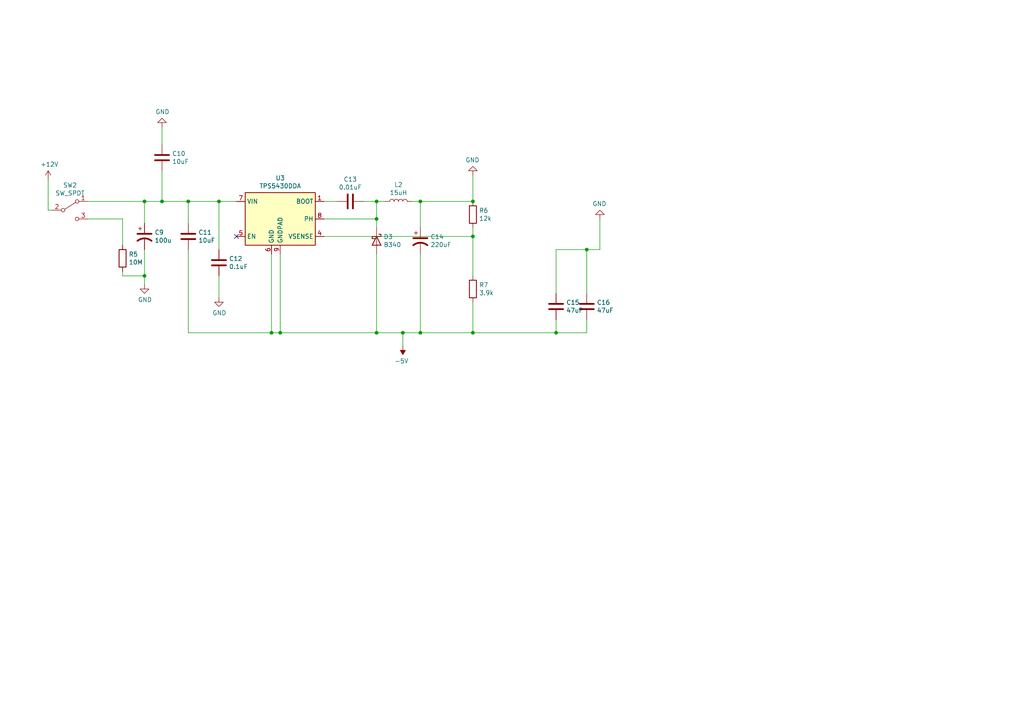
<source format=kicad_sch>
(kicad_sch (version 20230121) (generator eeschema)
  (paper "A4")
  (lib_symbols
    (symbol "Device:C" (pin_numbers hide) (pin_names (offset 0.254))
      (property "Reference" "C" (at 0.635 2.54 0))
      (property "Value" "C" (at 0.635 -2.54 0))
      (symbol "C_0_1"
        (polyline (pts (xy -2.032 -0.762) (xy 2.032 -0.762)) (stroke (width 0.508)))
        (polyline (pts (xy -2.032 0.762) (xy 2.032 0.762)) (stroke (width 0.508)))
      )
      (symbol "C_1_1"
        (pin passive line (at 0 3.81 270) (length 2.794) (name "~") (number "1"))
        (pin passive line (at 0 -3.81 90) (length 2.794) (name "~") (number "2"))
      )
    )
    (symbol "Device:L" (pin_numbers hide) (pin_names (offset 1.016) hide)
      (property "Reference" "L" (at -1.27 0 90))
      (property "Value" "L" (at 1.905 0 90))
      (symbol "L_0_1"
        (arc (start 0 -2.54) (mid 0.6323 -1.905) (end 0 -1.27))
        (arc (start 0 -1.27) (mid 0.6323 -0.635) (end 0 0))
        (arc (start 0 0) (mid 0.6323 0.635) (end 0 1.27))
        (arc (start 0 1.27) (mid 0.6323 1.905) (end 0 2.54))
      )
      (symbol "L_1_1"
        (pin passive line (at 0 3.81 270) (length 1.27) (name "1") (number "1"))
        (pin passive line (at 0 -3.81 90) (length 1.27) (name "2") (number "2"))
      )
    )
    (symbol "Device:R" (pin_numbers hide) (pin_names (offset 0))
      (property "Reference" "R" (at 2.032 0 90))
      (property "Value" "R" (at 0 0 90))
      (symbol "R_0_1"
        (rectangle (start -1.016 -2.54) (end 1.016 2.54) (stroke (width 0.254)))
      )
      (symbol "R_1_1"
        (pin passive line (at 0 3.81 270) (length 1.27) (name "~") (number "1"))
        (pin passive line (at 0 -3.81 90) (length 1.27) (name "~") (number "2"))
      )
    )
    (symbol "Diode:B340" (pin_numbers hide) (pin_names (offset 1.016) hide)
      (property "Reference" "D" (at 0 2.54 0))
      (property "Value" "B340" (at 0 -2.54 0))
      (symbol "B340_0_1"
        (polyline (pts (xy 1.27 0) (xy -1.27 0)))
        (polyline (pts (xy 1.27 1.27) (xy 1.27 -1.27) (xy -1.27 0) (xy 1.27 1.27)) (stroke (width 0.254)))
        (polyline (pts (xy -1.905 0.635) (xy -1.905 1.27) (xy -1.27 1.27) (xy -1.27 -1.27) (xy -0.635 -1.27) (xy -0.635 -0.635)) (stroke (width 0.254)))
      )
      (symbol "B340_1_1"
        (pin passive line (at -3.81 0 0) (length 2.54) (name "K") (number "1"))
        (pin passive line (at 3.81 0 180) (length 2.54) (name "A") (number "2"))
      )
    )
    (symbol "Regulator_Switching:TPS5430DDA"
      (property "Reference" "U" (at -10.16 8.89 0))
      (property "Value" "TPS5430DDA" (at -1.27 8.89 0))
      (symbol "TPS5430DDA_0_1"
        (rectangle (start -10.16 7.62) (end 10.16 -7.62) (stroke (width 0.254)) (fill (type background)))
      )
      (symbol "TPS5430DDA_1_1"
        (pin input line (at 12.7 5.08 180) (length 2.54) (name "BOOT") (number "1"))
        (pin no_connect line (at -10.16 2.54 0) (length 2.54) hide (name "NC") (number "2"))
        (pin no_connect line (at -10.16 -2.54 0) (length 2.54) hide (name "NC") (number "3"))
        (pin input line (at 12.7 -5.08 180) (length 2.54) (name "VSENSE") (number "4"))
        (pin input line (at -12.7 -5.08 0) (length 2.54) (name "EN") (number "5"))
        (pin power_in line (at -2.54 -10.16 90) (length 2.54) (name "GND") (number "6"))
        (pin power_in line (at -12.7 5.08 0) (length 2.54) (name "VIN") (number "7"))
        (pin output line (at 12.7 0 180) (length 2.54) (name "PH") (number "8"))
        (pin power_in line (at 0 -10.16 90) (length 2.54) (name "GNDPAD") (number "9"))
      )
    )
    (symbol "Switch:SW_SPDT" (pin_names (offset 0) hide)
      (property "Reference" "SW" (at 0 4.318 0))
      (property "Value" "SW_SPDT" (at 0 -5.08 0))
      (symbol "SW_SPDT_0_0"
        (circle (center -2.032 0) (radius 0.508))
        (circle (center 2.032 -2.54) (radius 0.508))
      )
      (symbol "SW_SPDT_0_1"
        (polyline (pts (xy -1.524 0.254) (xy 1.651 2.286)))
        (circle (center 2.032 2.54) (radius 0.508))
      )
      (symbol "SW_SPDT_1_1"
        (pin passive line (at 5.08 2.54 180) (length 2.54) (name "A") (number "1"))
        (pin passive line (at -5.08 0 0) (length 2.54) (name "B") (number "2"))
        (pin passive line (at 5.08 -2.54 180) (length 2.54) (name "C") (number "3"))
      )
    )
    (symbol "power:+12V" (power) (pin_names (offset 0))
      (property "Value" "+12V" (at 0 3.556 0))
      (symbol "+12V_0_1"
        (polyline (pts (xy -0.762 1.27) (xy 0 2.54)))
        (polyline (pts (xy 0 0) (xy 0 2.54)))
        (polyline (pts (xy 0 2.54) (xy 0.762 1.27)))
      )
      (symbol "+12V_1_1"
        (pin power_in line (at 0 0 90) (length 0) hide (name "+12V") (number "1"))
      )
    )
    (symbol "power:-5V" (power) (pin_names (offset 0))
      (property "Value" "-5V" (at 0 3.81 0))
      (symbol "-5V_0_0"
        (pin power_in line (at 0 0 90) (length 0) hide (name "-5V") (number "1"))
      )
      (symbol "-5V_0_1"
        (polyline (pts (xy 0 0) (xy 0 1.27) (xy 0.762 1.27) (xy 0 2.54) (xy -0.762 1.27) (xy 0 1.27)) (fill (type outline)))
      )
    )
    (symbol "power:GND" (power) (pin_names (offset 0))
      (property "Value" "GND" (at 0 -3.81 0))
      (symbol "GND_0_1"
        (polyline (pts (xy 0 0) (xy 0 -1.27) (xy 1.27 -1.27) (xy 0 -2.54) (xy -1.27 -1.27) (xy 0 -1.27)))
      )
      (symbol "GND_1_1"
        (pin power_in line (at 0 0 270) (length 0) hide (name "GND") (number "1"))
      )
    )
    (symbol "tps61088-rescue:CP1-Device" (pin_numbers hide) (pin_names (offset 0.254) hide)
      (property "Reference" "C" (at 0.635 2.54 0))
      (property "Value" "CP1-Device" (at 0.635 -2.54 0))
      (symbol "CP1-Device_0_1"
        (polyline (pts (xy -2.032 0.762) (xy 2.032 0.762)) (stroke (width 0.508)))
        (polyline (pts (xy -1.778 2.286) (xy -0.762 2.286)))
        (polyline (pts (xy -1.27 1.778) (xy -1.27 2.794)))
        (arc (start 2.032 -1.27) (mid 0 -0.5572) (end -2.032 -1.27) (stroke (width 0.508)))
      )
      (symbol "CP1-Device_1_1"
        (pin passive line (at 0 3.81 270) (length 2.794) (name "~") (number "1"))
        (pin passive line (at 0 -3.81 90) (length 3.302) (name "~") (number "2"))
      )
    )
  )
  (junction (at 63.5 58.42))
  (junction (at 78.74 96.52))
  (junction (at 109.22 63.5))
  (junction (at 137.16 68.58))
  (junction (at 121.92 58.42))
  (junction (at 46.99 58.42))
  (junction (at 121.92 96.52))
  (junction (at 109.22 96.52))
  (junction (at 41.91 80.01))
  (junction (at 161.29 96.52))
  (junction (at 54.61 58.42))
  (junction (at 81.28 96.52))
  (junction (at 41.91 58.42))
  (junction (at 170.18 72.39))
  (junction (at 137.16 58.42))
  (junction (at 137.16 96.52))
  (junction (at 116.84 96.52))
  (junction (at 109.22 58.42))
  (no_connect (at 68.58 68.58))
  (wire (pts (xy 137.16 66.04) (xy 137.16 68.58)))
  (wire (pts (xy 41.91 58.42) (xy 41.91 64.77)))
  (wire (pts (xy 54.61 96.52) (xy 78.74 96.52)))
  (wire (pts (xy 35.56 63.5) (xy 25.4 63.5)))
  (wire (pts (xy 63.5 58.42) (xy 68.58 58.42)))
  (wire (pts (xy 161.29 96.52) (xy 170.18 96.52)))
  (wire (pts (xy 170.18 72.39) (xy 173.99 72.39)))
  (wire (pts (xy 121.92 96.52) (xy 116.84 96.52)))
  (wire (pts (xy 97.79 58.42) (xy 93.98 58.42)))
  (wire (pts (xy 109.22 96.52) (xy 116.84 96.52)))
  (wire (pts (xy 170.18 92.71) (xy 170.18 96.52)))
  (wire (pts (xy 81.28 96.52) (xy 109.22 96.52)))
  (wire (pts (xy 109.22 73.66) (xy 109.22 96.52)))
  (wire (pts (xy 35.56 63.5) (xy 35.56 71.12)))
  (wire (pts (xy 63.5 58.42) (xy 63.5 72.39)))
  (wire (pts (xy 109.22 63.5) (xy 109.22 58.42)))
  (wire (pts (xy 109.22 66.04) (xy 109.22 63.5)))
  (wire (pts (xy 25.4 58.42) (xy 41.91 58.42)))
  (wire (pts (xy 54.61 72.39) (xy 54.61 96.52)))
  (wire (pts (xy 46.99 58.42) (xy 54.61 58.42)))
  (wire (pts (xy 161.29 72.39) (xy 170.18 72.39)))
  (wire (pts (xy 137.16 96.52) (xy 161.29 96.52)))
  (wire (pts (xy 121.92 58.42) (xy 119.38 58.42)))
  (wire (pts (xy 121.92 73.66) (xy 121.92 96.52)))
  (wire (pts (xy 46.99 49.53) (xy 46.99 58.42)))
  (wire (pts (xy 41.91 80.01) (xy 41.91 82.55)))
  (wire (pts (xy 121.92 66.04) (xy 121.92 58.42)))
  (wire (pts (xy 93.98 68.58) (xy 137.16 68.58)))
  (wire (pts (xy 109.22 58.42) (xy 111.76 58.42)))
  (wire (pts (xy 161.29 85.09) (xy 161.29 72.39)))
  (wire (pts (xy 41.91 58.42) (xy 46.99 58.42)))
  (wire (pts (xy 137.16 58.42) (xy 121.92 58.42)))
  (wire (pts (xy 41.91 72.39) (xy 41.91 80.01)))
  (wire (pts (xy 93.98 63.5) (xy 109.22 63.5)))
  (wire (pts (xy 137.16 87.63) (xy 137.16 96.52)))
  (wire (pts (xy 35.56 78.74) (xy 35.56 80.01)))
  (wire (pts (xy 81.28 73.66) (xy 81.28 96.52)))
  (wire (pts (xy 13.97 60.96) (xy 15.24 60.96)))
  (wire (pts (xy 54.61 58.42) (xy 63.5 58.42)))
  (wire (pts (xy 137.16 96.52) (xy 121.92 96.52)))
  (wire (pts (xy 78.74 96.52) (xy 81.28 96.52)))
  (wire (pts (xy 35.56 80.01) (xy 41.91 80.01)))
  (wire (pts (xy 46.99 36.83) (xy 46.99 41.91)))
  (wire (pts (xy 78.74 73.66) (xy 78.74 96.52)))
  (wire (pts (xy 116.84 100.33) (xy 116.84 96.52)))
  (wire (pts (xy 63.5 86.36) (xy 63.5 80.01)))
  (wire (pts (xy 137.16 68.58) (xy 137.16 80.01)))
  (wire (pts (xy 161.29 92.71) (xy 161.29 96.52)))
  (wire (pts (xy 13.97 52.07) (xy 13.97 60.96)))
  (wire (pts (xy 173.99 72.39) (xy 173.99 63.5)))
  (wire (pts (xy 170.18 85.09) (xy 170.18 72.39)))
  (wire (pts (xy 137.16 50.8) (xy 137.16 58.42)))
  (wire (pts (xy 105.41 58.42) (xy 109.22 58.42)))
  (wire (pts (xy 54.61 58.42) (xy 54.61 64.77)))
  (symbol (lib_id "tps61088-rescue:CP1-Device") (at 121.92 69.85 0) (unit 1)
    (property "Reference" "C14" (at 124.841 68.6816 0) (effects (justify left)))
    (property "Value" "220uF" (at 124.841 70.993 0) (effects (justify left)))
    (property "Footprint" "Capacitor_THT:CP_Radial_D6.3mm_P2.50mm" (effects hide))
  )
  (symbol (lib_id "Device:C") (at 54.61 68.58 0) (unit 1)
    (property "Reference" "C11" (at 57.531 67.4116 0) (effects (justify left)))
    (property "Value" "10uF" (at 57.531 69.723 0) (effects (justify left)))
    (property "Footprint" "Capacitor_SMD:C_0603_1608Metric" (effects hide))
  )
  (symbol (lib_id "Device:C") (at 161.29 88.9 0) (unit 1)
    (property "Reference" "C15" (at 164.211 87.7316 0) (effects (justify left)))
    (property "Value" "47uF" (at 164.211 90.043 0) (effects (justify left)))
    (property "Footprint" "Capacitor_SMD:C_1206_3216Metric" (effects hide))
  )
  (symbol (lib_id "Device:C") (at 170.18 88.9 0) (unit 1)
    (property "Reference" "C16" (at 173.101 87.7316 0) (effects (justify left)))
    (property "Value" "47uF" (at 173.101 90.043 0) (effects (justify left)))
    (property "Footprint" "Capacitor_SMD:C_1206_3216Metric" (effects hide))
  )
  (symbol (lib_id "power:GND") (at 173.99 63.5 180) (unit 1)
    (property "Reference" "#PWR014" (effects hide))
    (property "Value" "GND" (at 173.863 59.1058 0))
  )
  (symbol (lib_id "Device:R") (at 35.56 74.93 0) (unit 1)
    (property "Reference" "R5" (at 37.338 73.7616 0) (effects (justify left)))
    (property "Value" "10M" (at 37.338 76.073 0) (effects (justify left)))
    (property "Footprint" "Resistor_SMD:R_0402_1005Metric" (effects hide))
  )
  (symbol (lib_id "Device:L") (at 115.57 58.42 90) (unit 1)
    (property "Reference" "L2" (at 115.57 53.594 90))
    (property "Value" "15uH" (at 115.57 55.9054 90))
    (property "Footprint" "Inductor_SMD:L_7.3x7.3_H3.5" (effects hide))
  )
  (symbol (lib_id "Regulator_Switching:TPS5430DDA") (at 81.28 63.5 0) (unit 1)
    (property "Reference" "U3" (at 81.28 51.6382 0))
    (property "Value" "TPS5430DDA" (at 81.28 53.9496 0))
    (property "Footprint" "Package_SO:TI_SO-PowerPAD-8_ThermalVias" (effects hide))
    (property "Datasheet" "http://www.ti.com/lit/ds/symlink/tps5430.pdf" (effects hide))
  )
  (symbol (lib_id "tps61088-rescue:CP1-Device") (at 41.91 68.58 0) (unit 1)
    (property "Reference" "C9" (at 44.831 67.4116 0) (effects (justify left)))
    (property "Value" "100u" (at 44.831 69.723 0) (effects (justify left)))
    (property "Footprint" "Capacitor_THT:CP_Radial_D5.0mm_P2.00mm" (effects hide))
  )
  (symbol (lib_id "Device:C") (at 101.6 58.42 90) (unit 1)
    (property "Reference" "C13" (at 101.6 52.0192 90))
    (property "Value" "0.01uF" (at 101.6 54.3306 90))
    (property "Footprint" "Capacitor_SMD:C_0402_1005Metric" (effects hide))
  )
  (symbol (lib_id "Diode:B340") (at 109.22 69.85 270) (unit 1)
    (property "Reference" "D3" (at 111.252 68.6816 90) (effects (justify left)))
    (property "Value" "B340" (at 111.252 70.993 90) (effects (justify left)))
    (property "Footprint" "Diode_SMD:D_SMA" (effects hide))
    (property "Datasheet" "http://www.jameco.com/Jameco/Products/ProdDS/1538777.pdf" (effects hide))
  )
  (symbol (lib_id "Device:R") (at 137.16 62.23 0) (unit 1)
    (property "Reference" "R6" (at 138.938 61.0616 0) (effects (justify left)))
    (property "Value" "12k" (at 138.938 63.373 0) (effects (justify left)))
    (property "Footprint" "Resistor_SMD:R_0402_1005Metric" (effects hide))
  )
  (symbol (lib_id "Device:R") (at 137.16 83.82 0) (unit 1)
    (property "Reference" "R7" (at 138.938 82.6516 0) (effects (justify left)))
    (property "Value" "3.9k" (at 138.938 84.963 0) (effects (justify left)))
    (property "Footprint" "Resistor_SMD:R_0402_1005Metric" (effects hide))
  )
  (symbol (lib_id "Device:C") (at 63.5 76.2 0) (unit 1)
    (property "Reference" "C12" (at 66.421 75.0316 0) (effects (justify left)))
    (property "Value" "0.1uF" (at 66.421 77.343 0) (effects (justify left)))
    (property "Footprint" "Capacitor_SMD:C_0402_1005Metric" (effects hide))
  )
  (symbol (lib_id "Device:C") (at 46.99 45.72 0) (unit 1)
    (property "Reference" "C10" (at 49.911 44.5516 0) (effects (justify left)))
    (property "Value" "10uF" (at 49.911 46.863 0) (effects (justify left)))
    (property "Footprint" "Capacitor_SMD:C_0603_1608Metric" (effects hide))
  )
  (symbol (lib_id "power:GND") (at 41.91 82.55 0) (unit 1)
    (property "Reference" "#PWR09" (effects hide))
    (property "Value" "GND" (at 42.037 86.9442 0))
  )
  (symbol (lib_id "power:GND") (at 46.99 36.83 0) (mirror x) (unit 1)
    (property "Reference" "#PWR010" (effects hide))
    (property "Value" "GND" (at 47.117 32.4358 0))
  )
  (symbol (lib_id "power:GND") (at 63.5 86.36 0) (unit 1)
    (property "Reference" "#PWR011" (effects hide))
    (property "Value" "GND" (at 63.627 90.7542 0))
  )
  (symbol (lib_id "power:GND") (at 137.16 50.8 180) (unit 1)
    (property "Reference" "#PWR013" (effects hide))
    (property "Value" "GND" (at 137.033 46.4058 0))
  )
  (symbol (lib_id "power:-5V") (at 116.84 100.33 180) (unit 1)
    (property "Reference" "#PWR012" (effects hide))
    (property "Value" "-5V" (at 116.459 104.7242 0))
  )
  (symbol (lib_id "power:+12V") (at 13.97 52.07 0) (unit 1)
    (property "Reference" "#PWR08" (effects hide))
    (property "Value" "+12V" (at 14.351 47.6758 0))
  )
  (symbol (lib_id "Switch:SW_SPDT") (at 20.32 60.96 0) (unit 1)
    (property "Reference" "SW2" (at 20.32 53.721 0))
    (property "Value" "SW_SPDT" (at 20.32 56.0324 0))
    (property "Footprint" "Button_Switch_THT:SW_Slide_1P2T_CK_OS102011MS2Q" (effects hide))
  )
)
</source>
